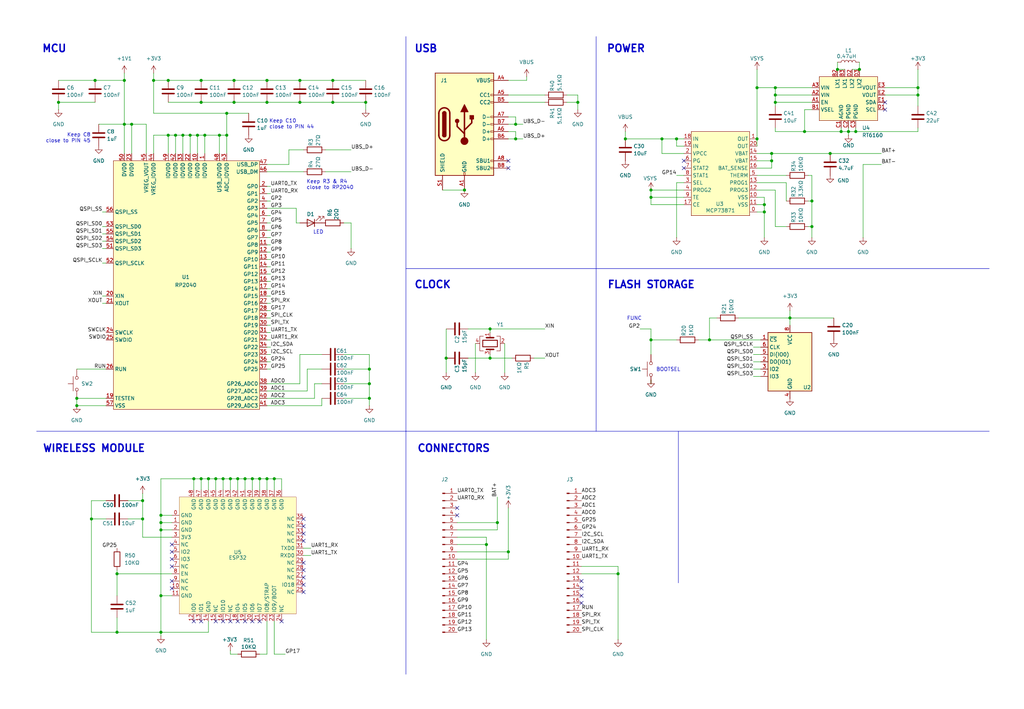
<source format=kicad_sch>
(kicad_sch (version 20231120) (generator "eeschema") (generator_version "8.0")
  (paper "User" 355.6 246.38)
  (junction (at 81.28 35.56))
  (junction (at 115.57 35.56))
  (junction (at 269.24 35.56))
  (junction (at 170.18 124.46))
  (junction (at 200.66 35.56))
  (junction (at 55.88 181.61))
  (junction (at 85.09 166.37))
  (junction (at 82.55 166.37))
  (junction (at 92.71 35.56))
  (junction (at 77.47 166.37))
  (junction (at 45.72 43.18))
  (junction (at 49.53 173.99))
  (junction (at 269.24 33.02))
  (junction (at 58.42 27.94))
  (junction (at 127 35.56))
  (junction (at 63.5 46.99))
  (junction (at 267.97 55.88))
  (junction (at 176.53 191.77))
  (junction (at 262.89 30.48))
  (junction (at 179.07 43.18))
  (junction (at 104.14 27.94))
  (junction (at 49.53 180.34))
  (junction (at 92.71 27.94))
  (junction (at 279.4 45.72))
  (junction (at 172.72 181.61))
  (junction (at 81.28 27.94))
  (junction (at 26.67 140.97))
  (junction (at 281.94 78.74))
  (junction (at 298.45 24.13))
  (junction (at 281.94 69.85))
  (junction (at 71.12 46.99))
  (junction (at 80.01 166.37))
  (junction (at 60.96 46.99))
  (junction (at 294.64 45.72))
  (junction (at 92.71 166.37))
  (junction (at 55.88 184.15))
  (junction (at 31.75 180.34))
  (junction (at 226.06 66.04))
  (junction (at 265.43 71.12))
  (junction (at 69.85 27.94))
  (junction (at 66.04 46.99))
  (junction (at 318.77 30.48))
  (junction (at 67.31 166.37))
  (junction (at 58.42 46.99))
  (junction (at 53.34 27.94))
  (junction (at 55.88 207.01))
  (junction (at 55.88 219.71))
  (junction (at 40.64 219.71))
  (junction (at 128.27 133.35))
  (junction (at 179.07 48.26))
  (junction (at 78.74 46.99))
  (junction (at 20.32 35.56))
  (junction (at 43.18 43.18))
  (junction (at 128.27 128.27))
  (junction (at 226.06 118.11))
  (junction (at 267.97 53.34))
  (junction (at 95.25 166.37))
  (junction (at 288.29 53.34))
  (junction (at 68.58 46.99))
  (junction (at 104.14 35.56))
  (junction (at 78.74 39.37))
  (junction (at 168.91 189.23))
  (junction (at 318.77 33.02))
  (junction (at 274.32 110.49))
  (junction (at 297.18 45.72))
  (junction (at 269.24 30.48))
  (junction (at 90.17 166.37))
  (junction (at 226.06 68.58))
  (junction (at 161.29 66.04))
  (junction (at 43.18 27.94))
  (junction (at 229.87 48.26))
  (junction (at 40.64 199.39))
  (junction (at 217.17 48.26))
  (junction (at 154.94 124.46))
  (junction (at 76.2 46.99))
  (junction (at 69.85 35.56))
  (junction (at 72.39 166.37))
  (junction (at 214.63 199.39))
  (junction (at 265.43 73.66))
  (junction (at 290.83 24.13))
  (junction (at 128.27 138.43))
  (junction (at 246.38 118.11))
  (junction (at 292.1 45.72))
  (junction (at 115.57 27.94))
  (junction (at 74.93 166.37))
  (junction (at 33.02 27.94))
  (junction (at 55.88 179.07))
  (junction (at 234.95 48.26))
  (junction (at 87.63 166.37))
  (junction (at 262.89 48.26))
  (junction (at 170.18 114.3))
  (junction (at 26.67 138.43))
  (junction (at 69.85 166.37))
  (no_connect (at 69.85 215.9))
  (no_connect (at 87.63 215.9))
  (no_connect (at 201.93 204.47))
  (no_connect (at 67.31 215.9))
  (no_connect (at 307.34 35.56))
  (no_connect (at 105.41 185.42))
  (no_connect (at 176.53 58.42))
  (no_connect (at 307.34 38.1))
  (no_connect (at 105.41 203.2))
  (no_connect (at 59.69 201.93))
  (no_connect (at 82.55 215.9))
  (no_connect (at 105.41 205.74))
  (no_connect (at 105.41 187.96))
  (no_connect (at 201.93 201.93))
  (no_connect (at 201.93 209.55))
  (no_connect (at 80.01 215.9))
  (no_connect (at 59.69 194.31))
  (no_connect (at 237.49 58.42))
  (no_connect (at 90.17 215.9))
  (no_connect (at 59.69 204.47))
  (no_connect (at 97.79 215.9))
  (no_connect (at 85.09 215.9))
  (no_connect (at 77.47 215.9))
  (no_connect (at 74.93 215.9))
  (no_connect (at 176.53 55.88))
  (no_connect (at 201.93 207.01))
  (no_connect (at 158.75 179.07))
  (no_connect (at 237.49 55.88))
  (no_connect (at 105.41 198.12))
  (no_connect (at 158.75 176.53))
  (no_connect (at 59.69 196.85))
  (no_connect (at 105.41 180.34))
  (no_connect (at 59.69 191.77))
  (no_connect (at 105.41 182.88))
  (no_connect (at 105.41 195.58))
  (no_connect (at 59.69 189.23))
  (no_connect (at 105.41 200.66))
  (wire (pts (xy 55.88 207.01) (xy 59.69 207.01)))
  (wire (pts (xy 267.97 53.34) (xy 288.29 53.34)))
  (wire (pts (xy 93.98 97.79) (xy 92.71 97.79)))
  (wire (pts (xy 102.87 72.39) (xy 102.87 77.47)))
  (wire (pts (xy 93.98 110.49) (xy 92.71 110.49)))
  (wire (pts (xy 261.62 123.19) (xy 264.16 123.19)))
  (wire (pts (xy 78.74 39.37) (xy 86.36 39.37)))
  (wire (pts (xy 292.1 44.45) (xy 292.1 45.72)))
  (wire (pts (xy 262.89 48.26) (xy 262.89 50.8)))
  (wire (pts (xy 45.72 43.18) (xy 45.72 53.34)))
  (wire (pts (xy 58.42 46.99) (xy 60.96 46.99)))
  (wire (pts (xy 93.98 100.33) (xy 92.71 100.33)))
  (wire (pts (xy 93.98 128.27) (xy 92.71 128.27)))
  (wire (pts (xy 80.01 166.37) (xy 77.47 166.37)))
  (wire (pts (xy 106.68 135.89) (xy 106.68 128.27)))
  (wire (pts (xy 267.97 58.42) (xy 267.97 55.88)))
  (wire (pts (xy 20.32 35.56) (xy 33.02 35.56)))
  (wire (pts (xy 128.27 128.27) (xy 128.27 133.35)))
  (wire (pts (xy 299.72 57.15) (xy 299.72 82.55)))
  (wire (pts (xy 170.18 124.46) (xy 177.8 124.46)))
  (wire (pts (xy 127 38.1) (xy 127 35.56)))
  (wire (pts (xy 269.24 30.48) (xy 281.94 30.48)))
  (wire (pts (xy 176.53 40.64) (xy 179.07 40.64)))
  (wire (pts (xy 182.88 26.67) (xy 182.88 27.94)))
  (wire (pts (xy 189.23 114.3) (xy 170.18 114.3)))
  (wire (pts (xy 36.83 138.43) (xy 26.67 138.43)))
  (wire (pts (xy 44.45 180.34) (xy 49.53 180.34)))
  (wire (pts (xy 242.57 118.11) (xy 246.38 118.11)))
  (wire (pts (xy 297.18 44.45) (xy 297.18 45.72)))
  (wire (pts (xy 269.24 35.56) (xy 269.24 36.83)))
  (wire (pts (xy 95.25 166.37) (xy 95.25 170.18)))
  (wire (pts (xy 281.94 78.74) (xy 281.94 82.55)))
  (wire (pts (xy 97.79 170.18) (xy 97.79 166.37)))
  (wire (pts (xy 107.95 190.5) (xy 105.41 190.5)))
  (wire (pts (xy 53.34 39.37) (xy 53.34 27.94)))
  (wire (pts (xy 267.97 55.88) (xy 267.97 53.34)))
  (wire (pts (xy 31.75 180.34) (xy 36.83 180.34)))
  (wire (pts (xy 281.94 78.74) (xy 280.67 78.74)))
  (wire (pts (xy 104.14 27.94) (xy 115.57 27.94)))
  (wire (pts (xy 97.79 166.37) (xy 95.25 166.37)))
  (wire (pts (xy 90.17 227.33) (xy 92.71 227.33)))
  (wire (pts (xy 262.89 53.34) (xy 267.97 53.34)))
  (wire (pts (xy 72.39 166.37) (xy 69.85 166.37)))
  (wire (pts (xy 179.07 45.72) (xy 179.07 48.26)))
  (wire (pts (xy 93.98 118.11) (xy 92.71 118.11)))
  (wire (pts (xy 35.56 102.87) (xy 36.83 102.87)))
  (wire (pts (xy 53.34 27.94) (xy 53.34 25.4)))
  (wire (pts (xy 20.32 38.1) (xy 20.32 35.56)))
  (wire (pts (xy 294.64 45.72) (xy 297.18 45.72)))
  (wire (pts (xy 80.01 226.06) (xy 80.01 227.33)))
  (wire (pts (xy 93.98 64.77) (xy 92.71 64.77)))
  (wire (pts (xy 261.62 125.73) (xy 264.16 125.73)))
  (wire (pts (xy 200.66 33.02) (xy 200.66 35.56)))
  (wire (pts (xy 119.38 128.27) (xy 128.27 128.27)))
  (wire (pts (xy 55.88 181.61) (xy 55.88 184.15)))
  (wire (pts (xy 66.04 46.99) (xy 68.58 46.99)))
  (wire (pts (xy 119.38 138.43) (xy 128.27 138.43)))
  (wire (pts (xy 63.5 46.99) (xy 66.04 46.99)))
  (wire (pts (xy 92.71 92.71) (xy 93.98 92.71)))
  (wire (pts (xy 35.56 83.82) (xy 36.83 83.82)))
  (polyline (pts (xy 140.97 93.345) (xy 343.535 93.345)))
  (wire (pts (xy 269.24 45.72) (xy 279.4 45.72)))
  (wire (pts (xy 77.47 166.37) (xy 74.93 166.37)))
  (wire (pts (xy 262.89 68.58) (xy 265.43 68.58)))
  (wire (pts (xy 35.56 73.66) (xy 36.83 73.66)))
  (wire (pts (xy 55.88 184.15) (xy 59.69 184.15)))
  (wire (pts (xy 31.75 219.71) (xy 40.64 219.71)))
  (wire (pts (xy 40.64 199.39) (xy 40.64 207.01)))
  (wire (pts (xy 92.71 59.69) (xy 105.41 59.69)))
  (wire (pts (xy 318.77 30.48) (xy 318.77 33.02)))
  (wire (pts (xy 93.98 74.93) (xy 92.71 74.93)))
  (wire (pts (xy 261.62 128.27) (xy 264.16 128.27)))
  (wire (pts (xy 104.14 35.56) (xy 115.57 35.56)))
  (wire (pts (xy 234.95 48.26) (xy 234.95 50.8)))
  (wire (pts (xy 35.56 86.36) (xy 36.83 86.36)))
  (wire (pts (xy 281.94 60.96) (xy 281.94 69.85)))
  (wire (pts (xy 26.67 128.27) (xy 36.83 128.27)))
  (wire (pts (xy 262.89 30.48) (xy 269.24 30.48)))
  (wire (pts (xy 76.2 46.99) (xy 78.74 46.99)))
  (wire (pts (xy 154.94 129.54) (xy 154.94 124.46)))
  (wire (pts (xy 93.98 77.47) (xy 92.71 77.47)))
  (wire (pts (xy 49.53 186.69) (xy 59.69 186.69)))
  (wire (pts (xy 92.71 135.89) (xy 106.68 135.89)))
  (wire (pts (xy 92.71 166.37) (xy 90.17 166.37)))
  (wire (pts (xy 58.42 27.94) (xy 69.85 27.94)))
  (wire (pts (xy 234.95 50.8) (xy 237.49 50.8)))
  (wire (pts (xy 53.34 27.94) (xy 58.42 27.94)))
  (wire (pts (xy 102.87 77.47) (xy 104.14 77.47)))
  (wire (pts (xy 92.71 27.94) (xy 104.14 27.94)))
  (wire (pts (xy 68.58 46.99) (xy 68.58 53.34)))
  (wire (pts (xy 262.89 66.04) (xy 269.24 66.04)))
  (wire (pts (xy 294.64 45.72) (xy 294.64 46.99)))
  (wire (pts (xy 121.92 77.47) (xy 121.92 86.36)))
  (wire (pts (xy 172.72 184.15) (xy 172.72 181.61)))
  (wire (pts (xy 87.63 166.37) (xy 87.63 170.18)))
  (wire (pts (xy 67.31 166.37) (xy 55.88 166.37)))
  (wire (pts (xy 104.14 123.19) (xy 111.76 123.19)))
  (wire (pts (xy 85.09 166.37) (xy 85.09 170.18)))
  (wire (pts (xy 170.18 123.19) (xy 170.18 124.46)))
  (wire (pts (xy 111.76 140.97) (xy 92.71 140.97)))
  (wire (pts (xy 269.24 30.48) (xy 269.24 33.02)))
  (wire (pts (xy 68.58 46.99) (xy 71.12 46.99)))
  (wire (pts (xy 113.03 59.69) (xy 121.92 59.69)))
  (wire (pts (xy 294.64 44.45) (xy 294.64 45.72)))
  (wire (pts (xy 246.38 110.49) (xy 248.92 110.49)))
  (wire (pts (xy 72.39 166.37) (xy 72.39 170.18)))
  (wire (pts (xy 109.22 138.43) (xy 109.22 133.35)))
  (wire (pts (xy 43.18 43.18) (xy 43.18 53.34)))
  (wire (pts (xy 69.85 166.37) (xy 67.31 166.37)))
  (wire (pts (xy 154.94 124.46) (xy 154.94 114.3)))
  (wire (pts (xy 93.98 90.17) (xy 92.71 90.17)))
  (wire (pts (xy 40.64 219.71) (xy 55.88 219.71)))
  (wire (pts (xy 50.8 43.18) (xy 50.8 53.34)))
  (wire (pts (xy 234.95 63.5) (xy 234.95 82.55)))
  (wire (pts (xy 246.38 118.11) (xy 264.16 118.11)))
  (wire (pts (xy 72.39 215.9) (xy 72.39 219.71)))
  (wire (pts (xy 226.06 118.11) (xy 234.95 118.11)))
  (wire (pts (xy 35.56 91.44) (xy 36.83 91.44)))
  (wire (pts (xy 92.71 35.56) (xy 104.14 35.56)))
  (wire (pts (xy 60.96 46.99) (xy 63.5 46.99)))
  (wire (pts (xy 172.72 181.61) (xy 172.72 172.72)))
  (wire (pts (xy 93.98 105.41) (xy 92.71 105.41)))
  (wire (pts (xy 237.49 53.34) (xy 229.87 53.34)))
  (wire (pts (xy 93.98 107.95) (xy 92.71 107.95)))
  (wire (pts (xy 318.77 45.72) (xy 297.18 45.72)))
  (wire (pts (xy 66.04 46.99) (xy 66.04 53.34)))
  (wire (pts (xy 43.18 27.94) (xy 43.18 43.18)))
  (wire (pts (xy 217.17 48.26) (xy 229.87 48.26)))
  (wire (pts (xy 53.34 39.37) (xy 78.74 39.37)))
  (wire (pts (xy 281.94 69.85) (xy 281.94 78.74)))
  (wire (pts (xy 55.88 179.07) (xy 55.88 181.61)))
  (wire (pts (xy 226.06 68.58) (xy 226.06 71.12)))
  (wire (pts (xy 93.98 67.31) (xy 92.71 67.31)))
  (wire (pts (xy 262.89 24.13) (xy 262.89 30.48)))
  (wire (pts (xy 226.06 71.12) (xy 237.49 71.12)))
  (wire (pts (xy 222.25 114.3) (xy 226.06 114.3)))
  (wire (pts (xy 95.25 166.37) (xy 92.71 166.37)))
  (wire (pts (xy 201.93 196.85) (xy 214.63 196.85)))
  (wire (pts (xy 306.07 57.15) (xy 299.72 57.15)))
  (wire (pts (xy 100.33 52.07) (xy 105.41 52.07)))
  (wire (pts (xy 40.64 199.39) (xy 59.69 199.39)))
  (polyline (pts (xy 12.7 149.86) (xy 140.97 149.86)))
  (polyline (pts (xy 235.585 149.86) (xy 235.585 202.565)))
  (wire (pts (xy 153.67 66.04) (xy 161.29 66.04)))
  (wire (pts (xy 246.38 118.11) (xy 246.38 110.49)))
  (wire (pts (xy 43.18 43.18) (xy 45.72 43.18)))
  (wire (pts (xy 80.01 227.33) (xy 82.55 227.33)))
  (wire (pts (xy 279.4 38.1) (xy 281.94 38.1)))
  (wire (pts (xy 175.26 119.38) (xy 175.26 129.54)))
  (polyline (pts (xy 140.97 149.86) (xy 140.97 149.86)))
  (wire (pts (xy 100.33 57.15) (xy 100.33 52.07)))
  (wire (pts (xy 318.77 44.45) (xy 318.77 45.72)))
  (wire (pts (xy 262.89 55.88) (xy 267.97 55.88)))
  (wire (pts (xy 113.03 52.07) (xy 121.92 52.07)))
  (wire (pts (xy 93.98 113.03) (xy 92.71 113.03)))
  (wire (pts (xy 176.53 45.72) (xy 179.07 45.72)))
  (wire (pts (xy 53.34 53.34) (xy 53.34 46.99)))
  (wire (pts (xy 109.22 133.35) (xy 111.76 133.35)))
  (wire (pts (xy 107.95 193.04) (xy 105.41 193.04)))
  (wire (pts (xy 262.89 30.48) (xy 262.89 48.26)))
  (wire (pts (xy 49.53 173.99) (xy 49.53 180.34)))
  (wire (pts (xy 26.67 140.97) (xy 36.83 140.97)))
  (wire (pts (xy 288.29 53.34) (xy 306.07 53.34)))
  (wire (pts (xy 93.98 80.01) (xy 92.71 80.01)))
  (wire (pts (xy 53.34 46.99) (xy 58.42 46.99)))
  (wire (pts (xy 63.5 46.99) (xy 63.5 53.34)))
  (wire (pts (xy 128.27 123.19) (xy 128.27 128.27)))
  (wire (pts (xy 58.42 35.56) (xy 69.85 35.56)))
  (wire (pts (xy 119.38 123.19) (xy 128.27 123.19)))
  (wire (pts (xy 274.32 110.49) (xy 274.32 113.03)))
  (wire (pts (xy 92.71 166.37) (xy 92.71 170.18)))
  (wire (pts (xy 226.06 123.19) (xy 226.06 118.11)))
  (wire (pts (xy 74.93 166.37) (xy 74.93 170.18)))
  (wire (pts (xy 93.98 82.55) (xy 92.71 82.55)))
  (wire (pts (xy 93.98 125.73) (xy 92.71 125.73)))
  (wire (pts (xy 158.75 181.61) (xy 172.72 181.61)))
  (wire (pts (xy 31.75 180.34) (xy 31.75 219.71)))
  (wire (pts (xy 269.24 33.02) (xy 269.24 35.56)))
  (wire (pts (xy 92.71 138.43) (xy 109.22 138.43)))
  (wire (pts (xy 93.98 95.25) (xy 92.71 95.25)))
  (wire (pts (xy 55.88 184.15) (xy 55.88 207.01)))
  (wire (pts (xy 269.24 33.02) (xy 281.94 33.02)))
  (wire (pts (xy 162.56 124.46) (xy 170.18 124.46)))
  (wire (pts (xy 85.09 166.37) (xy 82.55 166.37)))
  (wire (pts (xy 104.14 123.19) (xy 104.14 133.35)))
  (wire (pts (xy 226.06 66.04) (xy 237.49 66.04)))
  (wire (pts (xy 269.24 45.72) (xy 269.24 44.45)))
  (wire (pts (xy 189.23 33.02) (xy 176.53 33.02)))
  (wire (pts (xy 234.95 48.26) (xy 237.49 48.26)))
  (wire (pts (xy 93.98 123.19) (xy 92.71 123.19)))
  (wire (pts (xy 76.2 46.99) (xy 76.2 53.34)))
  (wire (pts (xy 55.88 220.98) (xy 55.88 219.71)))
  (wire (pts (xy 69.85 166.37) (xy 69.85 170.18)))
  (wire (pts (xy 74.93 166.37) (xy 72.39 166.37)))
  (wire (pts (xy 55.88 207.01) (xy 55.88 219.71)))
  (wire (pts (xy 162.56 114.3) (xy 170.18 114.3)))
  (wire (pts (xy 69.85 27.94) (xy 81.28 27.94)))
  (wire (pts (xy 82.55 166.37) (xy 82.55 170.18)))
  (wire (pts (xy 35.56 81.28) (xy 36.83 81.28)))
  (wire (pts (xy 55.88 219.71) (xy 72.39 219.71)))
  (wire (pts (xy 35.56 105.41) (xy 36.83 105.41)))
  (wire (pts (xy 176.53 43.18) (xy 179.07 43.18)))
  (wire (pts (xy 69.85 35.56) (xy 81.28 35.56)))
  (wire (pts (xy 115.57 35.56) (xy 127 35.56)))
  (wire (pts (xy 158.75 186.69) (xy 168.91 186.69)))
  (wire (pts (xy 196.85 35.56) (xy 200.66 35.56)))
  (wire (pts (xy 92.71 215.9) (xy 92.71 227.33)))
  (wire (pts (xy 226.06 66.04) (xy 226.06 68.58)))
  (wire (pts (xy 176.53 48.26) (xy 179.07 48.26)))
  (wire (pts (xy 121.92 77.47) (xy 119.38 77.47)))
  (wire (pts (xy 229.87 48.26) (xy 234.95 48.26)))
  (wire (pts (xy 262.89 60.96) (xy 273.05 60.96)))
  (wire (pts (xy 78.74 46.99) (xy 78.74 39.37)))
  (wire (pts (xy 261.62 120.65) (xy 264.16 120.65)))
  (wire (pts (xy 81.28 27.94) (xy 92.71 27.94)))
  (wire (pts (xy 295.91 24.13) (xy 298.45 24.13)))
  (wire (pts (xy 92.71 69.85) (xy 93.98 69.85)))
  (wire (pts (xy 318.77 33.02) (xy 318.77 36.83)))
  (wire (pts (xy 237.49 63.5) (xy 234.95 63.5)))
  (wire (pts (xy 59.69 179.07) (xy 55.88 179.07)))
  (wire (pts (xy 214.63 196.85) (xy 214.63 199.39)))
  (wire (pts (xy 55.88 181.61) (xy 59.69 181.61)))
  (wire (pts (xy 93.98 85.09) (xy 92.71 85.09)))
  (wire (pts (xy 262.89 73.66) (xy 265.43 73.66)))
  (wire (pts (xy 185.42 124.46) (xy 189.23 124.46)))
  (wire (pts (xy 307.34 30.48) (xy 318.77 30.48)))
  (wire (pts (xy 71.12 46.99) (xy 76.2 46.99)))
  (wire (pts (xy 31.75 173.99) (xy 36.83 173.99)))
  (wire (pts (xy 269.24 66.04) (xy 269.24 78.74)))
  (wire (pts (xy 269.24 35.56) (xy 281.94 35.56)))
  (wire (pts (xy 176.53 194.31) (xy 158.75 194.31)))
  (wire (pts (xy 43.18 25.4) (xy 43.18 27.94)))
  (wire (pts (xy 33.02 27.94) (xy 43.18 27.94)))
  (wire (pts (xy 176.53 176.53) (xy 176.53 191.77)))
  (wire (pts (xy 262.89 71.12) (xy 265.43 71.12)))
  (wire (pts (xy 115.57 27.94) (xy 127 27.94)))
  (wire (pts (xy 119.38 133.35) (xy 128.27 133.35)))
  (wire (pts (xy 104.14 133.35) (xy 92.71 133.35)))
  (polyline (pts (xy 207.01 12.7) (xy 207.01 149.86)))
  (wire (pts (xy 44.45 173.99) (xy 49.53 173.99)))
  (wire (pts (xy 158.75 184.15) (xy 172.72 184.15)))
  (wire (pts (xy 256.54 110.49) (xy 274.32 110.49)))
  (wire (pts (xy 90.17 166.37) (xy 90.17 170.18)))
  (wire (pts (xy 40.64 214.63) (xy 40.64 219.71)))
  (wire (pts (xy 92.71 72.39) (xy 102.87 72.39)))
  (wire (pts (xy 95.25 227.33) (xy 95.25 215.9)))
  (wire (pts (xy 290.83 21.59) (xy 290.83 24.13)))
  (wire (pts (xy 281.94 60.96) (xy 280.67 60.96)))
  (wire (pts (xy 179.07 48.26) (xy 181.61 48.26)))
  (wire (pts (xy 49.53 180.34) (xy 49.53 186.69)))
  (wire (pts (xy 307.34 33.02) (xy 318.77 33.02)))
  (wire (pts (xy 40.64 198.12) (xy 40.64 199.39)))
  (wire (pts (xy 45.72 43.18) (xy 50.8 43.18)))
  (wire (pts (xy 92.71 102.87) (xy 93.98 102.87)))
  (wire (pts (xy 49.53 171.45) (xy 49.53 173.99)))
  (wire (pts (xy 67.31 166.37) (xy 67.31 170.18)))
  (polyline (pts (xy 140.97 149.86) (xy 140.97 234.315)))
  (wire (pts (xy 226.06 68.58) (xy 237.49 68.58)))
  (wire (pts (xy 93.98 87.63) (xy 92.71 87.63)))
  (wire (pts (xy 273.05 69.85) (xy 273.05 63.5)))
  (wire (pts (xy 158.75 189.23) (xy 168.91 189.23)))
  (wire (pts (xy 265.43 73.66) (xy 265.43 82.55)))
  (wire (pts (xy 31.75 173.99) (xy 31.75 180.34)))
  (wire (pts (xy 71.12 46.99) (xy 71.12 53.34)))
  (wire (pts (xy 201.93 199.39) (xy 214.63 199.39)))
  (wire (pts (xy 179.07 43.18) (xy 181.61 43.18)))
  (wire (pts (xy 274.32 110.49) (xy 289.56 110.49)))
  (wire (pts (xy 214.63 199.39) (xy 214.63 222.25)))
  (wire (pts (xy 128.27 138.43) (xy 128.27 140.97)))
  (wire (pts (xy 279.4 38.1) (xy 279.4 45.72)))
  (wire (pts (xy 265.43 68.58) (xy 265.43 71.12)))
  (wire (pts (xy 92.71 120.65) (xy 93.98 120.65)))
  (wire (pts (xy 179.07 40.64) (xy 179.07 43.18)))
  (wire (pts (xy 298.45 21.59) (xy 298.45 24.13)))
  (wire (pts (xy 269.24 78.74) (xy 273.05 78.74)))
  (wire (pts (xy 81.28 35.56) (xy 92.71 35.56)))
  (wire (pts (xy 200.66 35.56) (xy 200.66 38.1)))
  (wire (pts (xy 281.94 69.85) (xy 280.67 69.85)))
  (wire (pts (xy 58.42 46.99) (xy 58.42 53.34)))
  (wire (pts (xy 176.53 191.77) (xy 176.53 194.31)))
  (wire (pts (xy 128.27 133.35) (xy 128.27 138.43)))
  (wire (pts (xy 77.47 166.37) (xy 77.47 170.18)))
  (wire (pts (xy 176.53 27.94) (xy 182.88 27.94)))
  (wire (pts (xy 279.4 45.72) (xy 292.1 45.72)))
  (wire (pts (xy 189.23 35.56) (xy 176.53 35.56)))
  (wire (pts (xy 93.98 115.57) (xy 92.71 115.57)))
  (wire (pts (xy 226.06 133.35) (xy 226.06 132.08)))
  (wire (pts (xy 234.95 60.96) (xy 237.49 60.96)))
  (wire (pts (xy 92.71 57.15) (xy 100.33 57.15)))
  (wire (pts (xy 273.05 63.5) (xy 262.89 63.5)))
  (wire (pts (xy 170.18 114.3) (xy 170.18 115.57)))
  (polyline (pts (xy 140.97 12.7) (xy 140.97 149.86)))
  (wire (pts (xy 318.77 24.13) (xy 318.77 30.48)))
  (wire (pts (xy 292.1 45.72) (xy 294.64 45.72)))
  (wire (pts (xy 168.91 186.69) (xy 168.91 189.23)))
  (wire (pts (xy 158.75 191.77) (xy 176.53 191.77)))
  (wire (pts (xy 82.55 166.37) (xy 80.01 166.37)))
  (wire (pts (xy 99.06 227.33) (xy 95.25 227.33)))
  (wire (pts (xy 226.06 114.3) (xy 226.06 118.11)))
  (wire (pts (xy 80.01 166.37) (xy 80.01 170.18)))
  (wire (pts (xy 196.85 33.02) (xy 200.66 33.02)))
  (wire (pts (xy 262.89 58.42) (xy 267.97 58.42)))
  (polyline (pts (xy 140.97 149.86) (xy 343.535 149.86)))
  (wire (pts (xy 35.56 78.74) (xy 36.83 78.74)))
  (wire (pts (xy 168.91 189.23) (xy 168.91 222.25)))
  (wire (pts (xy 90.17 166.37) (xy 87.63 166.37)))
  (wire (pts (xy 34.29 43.18) (xy 43.18 43.18)))
  (wire (pts (xy 26.67 138.43) (xy 26.67 140.97)))
  (wire (pts (xy 265.43 71.12) (xy 265.43 73.66)))
  (wire (pts (xy 60.96 46.99) (xy 60.96 53.34)))
  (wire (pts (xy 261.62 130.81) (xy 264.16 130.81)))
  (wire (pts (xy 20.32 27.94) (xy 33.02 27.94)))
  (wire (pts (xy 290.83 24.13) (xy 293.37 24.13)))
  (wire (pts (xy 217.17 45.72) (xy 217.17 48.26)))
  (wire (pts (xy 78.74 53.34) (xy 78.74 46.99)))
  (wire (pts (xy 229.87 53.34) (xy 229.87 48.26)))
  (wire (pts (xy 87.63 166.37) (xy 85.09 166.37)))
  (wire (pts (xy 274.32 107.95) (xy 274.32 110.49)))
  (wire (pts (xy 55.88 166.37) (xy 55.88 179.07)))
  (wire (pts (xy 111.76 138.43) (xy 111.76 140.97)))
  (wire (pts (xy 165.1 119.38) (xy 165.1 129.54)))
  (wire (pts (xy 106.68 128.27) (xy 111.76 128.27)))
  (text "POWER" (at 210.566 17.018 0) (effects (font (size 2.54 2.54) (thickness 0.508) (bold yes)) (justify left)))
  (text "CONNECTORS" (at 144.78 155.956 0) (effects (font (size 2.54 2.54) (thickness 0.508) (bold yes)) (justify left)))
  (text "USB" (at 143.764 17.018 0) (effects (font (size 2.54 2.54) (thickness 0.508) (bold yes)) (justify left)))
  (text "Keep R3 & R4 \nclose to RP2040" (at 106.426 64.262 0) (effects (font (size 1.27 1.27)) (justify left)))
  (text "WIRELESS MODULE\n" (at 14.732 155.956 0) (effects (font (size 2.54 2.54) (thickness 0.508) (bold yes)) (justify left)))
  (text "Keep C8\nclose to PIN 45" (at 31.496 48.006 0) (effects (font (size 1.27 1.27)) (justify right)))
  (text "CLOCK" (at 143.764 99.06 0) (effects (font (size 2.54 2.54) (thickness 0.508) (bold yes)) (justify left)))
  (text "FUNC" (at 217.678 110.744 0) (effects (font (size 1.27 1.27)) (justify left)))
  (text "LED" (at 108.712 80.772 0) (effects (font (size 1.27 1.27)) (justify left)))
  (text "BOOTSEL" (at 227.838 128.524 0) (effects (font (size 1.27 1.27)) (justify left)))
  (text "FLASH STORAGE" (at 210.82 99.06 0) (effects (font (size 2.54 2.54) (thickness 0.508) (bold yes)) (justify left)))
  (text "Keep C10 \nclose to PIN 44" (at 93.472 43.18 0) (effects (font (size 1.27 1.27)) (justify left)))
  (text "MCU" (at 14.478 17.018 0) (effects (font (size 2.54 2.54) (thickness 0.508) (bold yes)) (justify left)))
  (label "GP17" (at 93.98 107.95 0))
  (label "GP5" (at 93.98 77.47 0))
  (label "UBS_D+" (at 121.92 52.07 0))
  (label "GP11" (at 158.75 214.63 0))
  (label "RUN" (at 201.93 212.09 0))
  (label "ADC2" (at 93.98 138.43 0))
  (label "UART1_RX" (at 107.95 190.5 0))
  (label "UBS_D-" (at 121.92 59.69 0))
  (label "XOUT" (at 189.23 124.46 0))
  (label "GP25" (at 201.93 181.61 0))
  (label "GP15" (at 93.98 102.87 0))
  (label "I2C_SCL" (at 201.93 186.69 0))
  (label "QSPI_SCLK" (at 35.56 91.44 180))
  (label "QSPI_SS" (at 261.62 118.11 180))
  (label "BAT-" (at 306.07 57.15 0))
  (label "GP9" (at 93.98 87.63 0))
  (label "QSPI_SD2" (at 261.62 128.27 180))
  (label "GP14" (at 93.98 100.33 0))
  (label "UART1_TX" (at 201.93 194.31 0))
  (label "QSPI_SD1" (at 35.56 81.28 180))
  (label "ADC0" (at 201.93 179.07 0))
  (label "GP3" (at 93.98 72.39 0))
  (label "GP24" (at 201.93 184.15 0))
  (label "SPI_CLK" (at 201.93 219.71 0))
  (label "UBS_D+" (at 181.61 48.26 0))
  (label "BAT+" (at 306.07 53.34 0))
  (label "GP13" (at 158.75 219.71 0))
  (label "ADC1" (at 201.93 176.53 0))
  (label "SPI_CLK" (at 93.98 110.49 0))
  (label "QSPI_SD2" (at 35.56 83.82 180))
  (label "XIN" (at 189.23 114.3 0))
  (label "SPI_TX" (at 93.98 113.03 0))
  (label "GP6" (at 158.75 201.93 0))
  (label "GP11" (at 93.98 92.71 0))
  (label "GP5" (at 158.75 199.39 0))
  (label "QSPI_SD0" (at 261.62 123.19 180))
  (label "GP10" (at 93.98 90.17 0))
  (label "GP7" (at 93.98 82.55 0))
  (label "ADC3" (at 93.98 140.97 0))
  (label "I2C_SCL" (at 93.98 123.19 0))
  (label "SPI_RX" (at 93.98 105.41 0))
  (label "UART1_TX" (at 93.98 115.57 0))
  (label "QSPI_SD0" (at 35.56 78.74 180))
  (label "UART1_RX" (at 201.93 191.77 0))
  (label "UART0_RX" (at 93.98 67.31 0))
  (label "GP7" (at 158.75 204.47 0))
  (label "SWCLK" (at 36.83 115.57 180))
  (label "GP2" (at 222.25 114.3 180))
  (label "QSPI_SD1" (at 261.62 125.73 180))
  (label "QSPI_SD3" (at 261.62 130.81 180))
  (label "GP8" (at 158.75 207.01 0))
  (label "ADC1" (at 93.98 135.89 0))
  (label "GP24" (at 93.98 125.73 0))
  (label "GP2" (at 93.98 69.85 0))
  (label "SWDIO" (at 36.83 118.11 180))
  (label "RUN" (at 36.83 128.27 180))
  (label "GP12" (at 93.98 95.25 0))
  (label "GP4" (at 158.75 196.85 0))
  (label "BAT+" (at 172.72 172.72 90))
  (label "GP6" (at 93.98 80.01 0))
  (label "ADC0" (at 93.98 133.35 0))
  (label "UART1_RX" (at 93.98 118.11 0))
  (label "GP4" (at 93.98 74.93 0))
  (label "I2C_SDA" (at 93.98 120.65 0))
  (label "GP25" (at 40.64 190.5 180))
  (label "UART0_TX" (at 158.75 171.45 0))
  (label "XOUT" (at 35.56 105.41 180))
  (label "ADC2" (at 201.93 173.99 0))
  (label "XIN" (at 35.56 102.87 180))
  (label "GP9" (at 158.75 209.55 0))
  (label "QSPI_SS" (at 35.56 73.66 180))
  (label "GP8" (at 93.98 85.09 0))
  (label "GP14" (at 234.95 60.96 180))
  (label "GP13" (at 93.98 97.79 0))
  (label "GP12" (at 158.75 217.17 0))
  (label "UBS_D-" (at 181.61 43.18 0))
  (label "QSPI_SD3" (at 35.56 86.36 180))
  (label "I2C_SDA" (at 201.93 189.23 0))
  (label "QSPI_SCLK" (at 261.62 120.65 180))
  (label "UART1_TX" (at 107.95 193.04 0))
  (label "GP25" (at 93.98 128.27 0))
  (label "SPI_TX" (at 201.93 217.17 0))
  (label "GP10" (at 158.75 212.09 0))
  (label "SPI_RX" (at 201.93 214.63 0))
  (label "UART0_TX" (at 93.98 64.77 0))
  (label "GP17" (at 99.06 227.33 0))
  (label "ADC3" (at 201.93 171.45 0))
  (label "UART0_RX" (at 158.75 173.99 0))
  (symbol (lib_id "power:GND") (at 175.26 129.54 0) (unit 1)
    (property "Reference" "#PWR022" (effects (hide yes)))
    (property "Value" "GND" (at 175.26 134.62 0))
    (property "Description" "Power symbol creates a global label with name \"GND\" , ground" (effects (hide yes)))
  )
  (symbol (lib_id "power:GND") (at 234.95 82.55 0) (unit 1)
    (property "Reference" "#PWR032" (effects (hide yes)))
    (property "Value" "GND" (at 234.95 87.63 0))
    (property "Description" "Power symbol creates a global label with name \"GND\" , ground" (effects (hide yes)))
  )
  (symbol (lib_id "Device:C") (at 86.36 43.18 180) (unit 1)
    (property "Reference" "C10" (at 89.154 41.91 0) (effects (justify right)))
    (property "Value" "1uF" (at 89.154 44.45 0) (effects (justify right)))
    (property "Footprint" "ILO_fp:0402_compact" (effects (hide yes)))
    (property "Description" "Unpolarized capacitor" (effects (hide yes)))
    (property "LCSC" "C52923" (effects (hide yes)))
    (property "Export" "yes" (effects (hide yes)))
    (property "Group" "C" (effects (hide yes)))
    (property "Mount" "SMD" (effects (hide yes)))
  )
  (symbol (lib_id "Device:R") (at 276.86 60.96 90) (unit 1)
    (property "Reference" "R34" (at 275.59 59.69 0) (effects (justify left)))
    (property "Value" "10KΩ" (at 278.13 59.69 0) (effects (justify left)))
    (property "Footprint" "ILO_fp:0402_compact" (effects (hide yes)))
    (property "Description" "Resistor" (effects (hide yes)))
    (property "LCSC" "C25744" (effects (hide yes)))
    (property "Export" "yes" (effects (hide yes)))
    (property "Group" "R" (effects (hide yes)))
    (property "Mount" "SMD" (effects (hide yes)))
  )
  (symbol (lib_id "power:GND") (at 288.29 60.96 0) (unit 1)
    (property "Reference" "#PWR045" (effects (hide yes)))
    (property "Value" "GND" (at 292.862 62.738 0))
    (property "Description" "Power symbol creates a global label with name \"GND\" , ground" (effects (hide yes)))
  )
  (symbol (lib_id "Device:C") (at 158.75 124.46 270) (unit 1)
    (property "Reference" "C3" (at 158.75 129.54 0) (effects (justify right)))
    (property "Value" "15pF" (at 161.29 129.54 0) (effects (justify right)))
    (property "Footprint" "ILO_fp:0402_compact" (effects (hide yes)))
    (property "Description" "Unpolarized capacitor" (effects (hide yes)))
    (property "LCSC" "C1548" (effects (hide yes)))
    (property "Export" "yes" (effects (hide yes)))
    (property "Group" "C" (effects (hide yes)))
    (property "Mount" "SMD" (effects (hide yes)))
  )
  (symbol (lib_id "ILO_sym:Raspberry_RP2040") (at 64.77 99.06 0) (unit 1)
    (property "Reference" "U1" (at 64.516 96.266 0))
    (property "Value" "RP2040" (at 64.516 99.06 0))
    (property "Footprint" "Package_DFN_QFN:QFN-56-1EP_7x7mm_P0.4mm_EP3.2x3.2mm" (effects (hide yes)))
    (property "Export" "yes" (effects (hide yes)))
    (property "LCSC" "C2040" (effects (hide yes)))
    (property "Mount" "SMD" (effects (hide yes)))
    (property "Group" "MCU" (effects (hide yes)))
  )
  (symbol (lib_id "power:GND") (at 34.29 50.8 0) (unit 1)
    (property "Reference" "#PWR03" (effects (hide yes)))
    (property "Value" "GND" (at 34.29 55.88 0))
    (property "Description" "Power symbol creates a global label with name \"GND\" , ground" (effects (hide yes)))
  )
  (symbol (lib_id "Device:L") (at 294.64 21.59 90) (unit 1)
    (property "Reference" "L1" (at 295.91 17.526 90) (effects (justify left)))
    (property "Value" "0.47uH" (at 297.434 19.558 90) (effects (justify left)))
    (property "Footprint" "ILO_fp:0603_compact" (effects (hide yes)))
    (property "Description" "Inductor" (effects (hide yes)))
    (property "Export" "yes" (effects (hide yes)))
    (property "Group" "L" (effects (hide yes)))
    (property "LCSC" "C341701" (effects (hide yes)))
    (property "Mount" "SMD" (effects (hide yes)))
  )
  (symbol (lib_id "ILO_sym:Richtek_RT6160") (at 294.64 34.29 0) (unit 1)
    (property "Reference" "U4" (at 299.3741 44.45 0) (effects (justify left)))
    (property "Value" "RT6160" (at 299.3741 46.99 0) (effects (justify left)))
    (property "Footprint" "ILO_fp:WL-CSP-15B-1.4x2.3" (effects (hide yes)))
    (property "Export" "yes" (effects (hide yes)))
    (property "Group" "Buck-Boost" (effects (hide yes)))
    (property "LCSC" "C7065276" (effects (hide yes)))
    (property "Mount" "SMD" (effects (hide yes)))
  )
  (symbol (lib_id "Switch:SW_Push") (at 226.06 128.27 90) (unit 1)
    (property "Reference" "SW1" (at 218.694 128.27 90) (effects (justify right)))
    (property "Value" "Button top" (effects (hide yes)))
    (property "Footprint" "ILO_fp:Alpsalpine_SKRP_compact" (effects (hide yes)))
    (property "Description" "Push button switch, generic, two pins" (effects (hide yes)))
    (property "Export" "yes" (effects (hide yes)))
    (property "Group" "Button" (effects (hide yes)))
    (property "LCSC" "C139797" (effects (hide yes)))
    (property "Mount" "SMD" (effects (hide yes)))
  )
  (symbol (lib_id "Device:C") (at 20.32 31.75 180) (unit 1)
    (property "Reference" "C6" (at 23.114 30.48 0) (effects (justify right)))
    (property "Value" "100nF" (at 23.114 33.02 0) (effects (justify right)))
    (property "Footprint" "ILO_fp:0402_compact" (effects (hide yes)))
    (property "Description" "Unpolarized capacitor" (effects (hide yes)))
    (property "LCSC" "C1525" (effects (hide yes)))
    (property "Export" "yes" (effects (hide yes)))
    (property "Group" "C" (effects (hide yes)))
    (property "Mount" "SMD" (effects (hide yes)))
  )
  (symbol (lib_id "Device:C") (at 40.64 210.82 180) (unit 1)
    (property "Reference" "C52" (at 43.434 209.55 0) (effects (justify right)))
    (property "Value" "1uF" (at 43.434 212.09 0) (effects (justify right)))
    (property "Footprint" "ILO_fp:0402_compact" (effects (hide yes)))
    (property "Description" "Unpolarized capacitor" (effects (hide yes)))
    (property "LCSC" "C52923" (effects (hide yes)))
    (property "Export" "yes" (effects (hide yes)))
    (property "Group" "C" (effects (hide yes)))
    (property "Mount" "SMD" (effects (hide yes)))
  )
  (symbol (lib_id "power:GND") (at 289.56 118.11 0) (unit 1)
    (property "Reference" "#PWR026" (effects (hide yes)))
    (property "Value" "GND" (at 289.56 123.19 0))
    (property "Description" "Power symbol creates a global label with name \"GND\" , ground" (effects (hide yes)))
  )
  (symbol (lib_id "power:GND") (at 154.94 129.54 0) (unit 1)
    (property "Reference" "#PWR07" (effects (hide yes)))
    (property "Value" "GND" (at 154.94 134.62 0))
    (property "Description" "Power symbol creates a global label with name \"GND\" , ground" (effects (hide yes)))
  )
  (symbol (lib_id "ILO_sym:Microchip_MCP73871") (at 250.19 60.96 0) (unit 1)
    (property "Reference" "U3" (at 249.936 70.866 0))
    (property "Value" "MCP73871" (at 250.19 73.152 0))
    (property "Footprint" "ILO_fp:QFN20_internal_routing" (effects (hide yes)))
    (property "Group" "Power IC" (effects (hide yes)))
    (property "Export" "yes" (effects (hide yes)))
    (property "LCSC" "C511310" (effects (hide yes)))
    (property "Mount" "SMD" (effects (hide yes)))
  )
  (symbol (lib_id "Switch:SW_Push") (at 26.67 133.35 90) (unit 1)
    (property "Reference" "SW2" (at 28.194 133.35 90) (effects (justify right)))
    (property "Value" "Button side" (effects (hide yes)))
    (property "Footprint" "ILO_fp:Alpsalpine_SKSC" (effects (hide yes)))
    (property "Description" "Push button switch, generic, two pins" (effects (hide yes)))
    (property "Export" "yes" (effects (hide yes)))
    (property "Group" "Button" (effects (hide yes)))
    (property "LCSC" "C115362" (effects (hide yes)))
    (property "Mount" "SMD" (effects (hide yes)))
  )
  (symbol (lib_id "Device:C") (at 81.28 31.75 180) (unit 1)
    (property "Reference" "C12" (at 84.074 30.48 0) (effects (justify right)))
    (property "Value" "100nF" (at 84.074 33.02 0) (effects (justify right)))
    (property "Footprint" "ILO_fp:0402_compact" (effects (hide yes)))
    (property "Description" "Unpolarized capacitor" (effects (hide yes)))
    (property "LCSC" "C1525" (effects (hide yes)))
    (property "Export" "yes" (effects (hide yes)))
    (property "Group" "C" (effects (hide yes)))
    (property "Mount" "SMD" (effects (hide yes)))
  )
  (symbol (lib_id "Connector:Conn_01x20_Pin") (at 153.67 194.31 0) (unit 1)
    (property "Reference" "J2" (at 154.432 166.624 0))
    (property "Value" "Conn_01x20_Pin" (effects (hide yes)))
    (property "Footprint" "ILO_fp:Hirose_DF12NB" (effects (hide yes)))
    (property "Description" "Generic connector, single row, 01x20, script generated" (effects (hide yes)))
    (property "Group" "Connector" (effects (hide yes)))
    (property "Export" "yes" (effects (hide yes)))
    (property "LCSC" "C2917815" (effects (hide yes)))
    (property "Mount" "SMD" (effects (hide yes)))
  )
  (symbol (lib_id "Device:R") (at 109.22 59.69 90) (unit 1)
    (property "Reference" "R4" (at 107.95 58.42 0) (effects (justify left)))
    (property "Value" "27Ω" (at 110.49 58.42 0) (effects (justify left)))
    (property "Footprint" "ILO_fp:0402_compact" (effects (hide yes)))
    (property "Description" "Resistor" (effects (hide yes)))
    (property "LCSC" "C25100" (effects (hide yes)))
    (property "Export" "yes" (effects (hide yes)))
    (property "Group" "R" (effects (hide yes)))
    (property "Mount" "SMD" (effects (hide yes)))
  )
  (symbol (lib_id "power:GND") (at 26.67 140.97 0) (unit 1)
    (property "Reference" "#PWR019" (effects (hide yes)))
    (property "Value" "GND" (at 26.67 146.05 0))
    (property "Description" "Power symbol creates a global label with name \"GND\" , ground" (effects (hide yes)))
  )
  (symbol (lib_id "power:GND") (at 86.36 46.99 0) (unit 1)
    (property "Reference" "#PWR017" (effects (hide yes)))
    (property "Value" "GND" (at 86.36 52.07 0))
    (property "Description" "Power symbol creates a global label with name \"GND\" , ground" (effects (hide yes)))
  )
  (symbol (lib_id "power:GND") (at 20.32 38.1 0) (unit 1)
    (property "Reference" "#PWR01" (effects (hide yes)))
    (property "Value" "GND" (at 20.32 43.18 0))
    (property "Description" "Power symbol creates a global label with name \"GND\" , ground" (effects (hide yes)))
  )
  (symbol (lib_id "power:+1V1") (at 43.18 25.4 0) (unit 1)
    (property "Reference" "#PWR02" (effects (hide yes)))
    (property "Value" "+1V1" (at 43.18 20.32 0))
    (property "Description" "Power symbol creates a global label with name \"+1V1\"" (effects (hide yes)))
  )
  (symbol (lib_id "Device:C") (at 34.29 46.99 180) (unit 1)
    (property "Reference" "C8" (at 37.084 45.72 0) (effects (justify right)))
    (property "Value" "1uF" (at 37.084 48.26 0) (effects (justify right)))
    (property "Footprint" "ILO_fp:0402_compact" (effects (hide yes)))
    (property "Description" "Unpolarized capacitor" (effects (hide yes)))
    (property "LCSC" "C52923" (effects (hide yes)))
    (property "Export" "yes" (effects (hide yes)))
    (property "Group" "C" (effects (hide yes)))
    (property "Mount" "SMD" (effects (hide yes)))
  )
  (symbol (lib_id "power:GND") (at 168.91 222.25 0) (unit 1)
    (property "Reference" "#PWR038" (effects (hide yes)))
    (property "Value" "GND" (at 168.91 227.33 0))
    (property "Description" "Power symbol creates a global label with name \"GND\" , ground" (effects (hide yes)))
  )
  (symbol (lib_id "power:GND") (at 127 38.1 0) (unit 1)
    (property "Reference" "#PWR018" (effects (hide yes)))
    (property "Value" "GND" (at 127 43.18 0))
    (property "Description" "Power symbol creates a global label with name \"GND\" , ground" (effects (hide yes)))
  )
  (symbol (lib_id "power:GND") (at 265.43 82.55 0) (unit 1)
    (property "Reference" "#PWR047" (effects (hide yes)))
    (property "Value" "GND" (at 265.43 87.63 0))
    (property "Description" "Power symbol creates a global label with name \"GND\" , ground" (effects (hide yes)))
  )
  (symbol (lib_id "power:GND") (at 274.32 138.43 0) (unit 1)
    (property "Reference" "#PWR023" (effects (hide yes)))
    (property "Value" "GND" (at 274.32 143.51 0))
    (property "Description" "Power symbol creates a global label with name \"GND\" , ground" (effects (hide yes)))
  )
  (symbol (lib_id "power:GND") (at 55.88 220.98 0) (unit 1)
    (property "Reference" "#PWR04" (effects (hide yes)))
    (property "Value" "GND" (at 55.88 226.06 0))
    (property "Description" "Power symbol creates a global label with name \"GND\" , ground" (effects (hide yes)))
  )
  (symbol (lib_id "Device:LED") (at 107.95 77.47 180) (unit 1)
    (property "Reference" "D1" (at 109.22 74.422 0) (effects (justify left)))
    (property "Value" "Diode" (effects (hide yes)))
    (property "Footprint" "ILO_fp:0603_d" (effects (hide yes)))
    (property "LCSC" "C2290" (effects (hide yes)))
    (property "Group" "LED" (effects (hide yes)))
    (property "Mount" "SMD" (effects (hide yes)))
    (property "Export" "yes" (effects (hide yes)))
  )
  (symbol (lib_id "Connector:Conn_01x20_Pin") (at 196.85 194.31 0) (unit 1)
    (property "Reference" "J3" (at 197.866 166.624 0))
    (property "Value" "Conn_01x20_Pin" (effects (hide yes)))
    (property "Footprint" "ILO_fp:Hirose_DF12NB" (effects (hide yes)))
    (property "Description" "Generic connector, single row, 01x20, script generated" (effects (hide yes)))
    (property "Group" "Connector" (effects (hide yes)))
    (property "Export" "yes" (effects (hide yes)))
    (property "LCSC" "C2917815" (effects (hide yes)))
    (property "Mount" "SMD" (effects (hide yes)))
  )
  (symbol (lib_id "Connector:USB_C_Receptacle_USB2.0_16P") (at 161.29 43.18 0) (unit 1)
    (property "Reference" "J1" (at 154.178 27.94 0))
    (property "Value" "USB_C" (effects (hide yes)))
    (property "Footprint" "ILO_fp:USB_C3019717" (effects (hide yes)))
    (property "Description" "USB 2.0-only 16P Type-C Receptacle connector" (effects (hide yes)))
    (property "Export" "yes" (effects (hide yes)))
    (property "LCSC" "C3019717" (effects (hide yes)))
    (property "Mount" "SMD" (effects (hide yes)))
    (property "Group" "USB" (effects (hide yes)))
  )
  (symbol (lib_id "power:+3V3") (at 318.77 24.13 0) (unit 1)
    (property "Reference" "#PWR048" (effects (hide yes)))
    (property "Value" "+3V3" (at 318.77 20.32 0))
    (property "Description" "Power symbol creates a global label with name \"+3V3\"" (effects (hide yes)))
  )
  (symbol (lib_id "Device:C") (at 269.24 40.64 180) (unit 1)
    (property "Reference" "C41" (at 272.034 39.37 0) (effects (justify right)))
    (property "Value" "10uF" (at 272.034 41.91 0) (effects (justify right)))
    (property "Footprint" "ILO_fp:0402_compact" (effects (hide yes)))
    (property "Description" "Unpolarized capacitor" (effects (hide yes)))
    (property "LCSC" "C15525" (effects (hide yes)))
    (property "Export" "yes" (effects (hide yes)))
    (property "Group" "C" (effects (hide yes)))
    (property "Mount" "SMD" (effects (hide yes)))
  )
  (symbol (lib_id "power:GND") (at 281.94 82.55 0) (unit 1)
    (property "Reference" "#PWR046" (effects (hide yes)))
    (property "Value" "GND" (at 281.94 87.63 0))
    (property "Description" "Power symbol creates a global label with name \"GND\" , ground" (effects (hide yes)))
  )
  (symbol (lib_id "power:+3V3") (at 262.89 24.13 0) (unit 1)
    (property "Reference" "#PWR037" (effects (hide yes)))
    (property "Value" "VSYS" (at 262.89 20.32 0))
    (property "Description" "Power symbol creates a global label with name \"+3V3\"" (effects (hide yes)))
  )
  (symbol (lib_id "Device:R") (at 193.04 33.02 90) (unit 1)
    (property "Reference" "R40" (at 191.77 31.75 0) (effects (justify left)))
    (property "Value" "5.1KΩ" (at 194.31 31.75 0) (effects (justify left)))
    (property "Footprint" "ILO_fp:0402_compact" (effects (hide yes)))
    (property "Description" "Resistor" (effects (hide yes)))
    (property "LCSC" "C25905" (effects (hide yes)))
    (property "Export" "yes" (effects (hide yes)))
    (property "Group" "R" (effects (hide yes)))
    (property "Mount" "SMD" (effects (hide yes)))
  )
  (symbol (lib_id "Device:C") (at 318.77 40.64 180) (unit 1)
    (property "Reference" "C42" (at 321.564 39.37 0) (effects (justify right)))
    (property "Value" "22uF" (at 321.564 41.91 0) (effects (justify right)))
    (property "Footprint" "ILO_fp:0402_compact" (effects (hide yes)))
    (property "Description" "Unpolarized capacitor" (effects (hide yes)))
    (property "LCSC" "C105226" (effects (hide yes)))
    (property "Export" "yes" (effects (hide yes)))
    (property "Group" "C" (effects (hide yes)))
    (property "Mount" "SMD" (effects (hide yes)))
  )
  (symbol (lib_id "power:+3V3") (at 80.01 226.06 0) (unit 1)
    (property "Reference" "#PWR09" (effects (hide yes)))
    (property "Value" "+3V3" (at 79.756 222.25 0))
    (property "Description" "Power symbol creates a global label with name \"+3V3\"" (effects (hide yes)))
  )
  (symbol (lib_id "Device:C") (at 289.56 114.3 180) (unit 1)
    (property "Reference" "C20" (at 292.354 113.03 0) (effects (justify right)))
    (property "Value" "100nF" (at 292.354 115.57 0) (effects (justify right)))
    (property "Footprint" "ILO_fp:0402_compact" (effects (hide yes)))
    (property "Description" "Unpolarized capacitor" (effects (hide yes)))
    (property "LCSC" "C1525" (effects (hide yes)))
    (property "Export" "yes" (effects (hide yes)))
    (property "Group" "C" (effects (hide yes)))
    (property "Mount" "SMD" (effects (hide yes)))
  )
  (symbol (lib_id "Device:R") (at 276.86 78.74 90) (unit 1)
    (property "Reference" "R33" (at 275.59 77.47 0) (effects (justify left)))
    (property "Value" "10KΩ" (at 278.13 77.47 0) (effects (justify left)))
    (property "Footprint" "ILO_fp:0402_compact" (effects (hide yes)))
    (property "Description" "Resistor" (effects (hide yes)))
    (property "LCSC" "C25744" (effects (hide yes)))
    (property "Export" "yes" (effects (hide yes)))
    (property "Group" "R" (effects (hide yes)))
    (property "Mount" "SMD" (effects (hide yes)))
  )
  (symbol (lib_id "power:GND") (at 217.17 55.88 0) (unit 1)
    (property "Reference" "#PWR031" (effects (hide yes)))
    (property "Value" "GND" (at 217.17 60.96 0))
    (property "Description" "Power symbol creates a global label with name \"GND\" , ground" (effects (hide yes)))
  )
  (symbol (lib_id "power:GND") (at 121.92 86.36 0) (unit 1)
    (property "Reference" "#PWR033" (effects (hide yes)))
    (property "Value" "GND" (at 121.92 91.44 0))
    (property "Description" "Power symbol creates a global label with name \"GND\" , ground" (effects (hide yes)))
  )
  (symbol (lib_id "power:GND") (at 226.06 132.08 0) (unit 1)
    (property "Reference" "#PWR024" (effects (hide yes)))
    (property "Value" "GND" (at 226.06 137.16 0))
    (property "Description" "Power symbol creates a global label with name \"GND\" , ground" (effects (hide yes)))
  )
  (symbol (lib_id "power:GND") (at 294.64 46.99 0) (unit 1)
    (property "Reference" "#PWR035" (effects (hide yes)))
    (property "Value" "GND" (at 294.64 50.546 0))
    (property "Description" "Power symbol creates a global label with name \"GND\" , ground" (effects (hide yes)))
  )
  (symbol (lib_id "power:GND") (at 165.1 129.54 0) (unit 1)
    (property "Reference" "#PWR08" (effects (hide yes)))
    (property "Value" "GND" (at 165.1 134.62 0))
    (property "Description" "Power symbol creates a global label with name \"GND\" , ground" (effects (hide yes)))
  )
  (symbol (lib_id "power:GND") (at 128.27 140.97 0) (unit 1)
    (property "Reference" "#PWR06" (effects (hide yes)))
    (property "Value" "GND" (at 128.27 146.05 0))
    (property "Description" "Power symbol creates a global label with name \"GND\" , ground" (effects (hide yes)))
  )
  (symbol (lib_id "Device:C") (at 40.64 173.99 90) (unit 1)
    (property "Reference" "C50" (at 35.56 175.514 90) (effects (justify right)))
    (property "Value" "100nF" (at 42.164 175.514 90) (effects (justify right)))
    (property "Footprint" "ILO_fp:0402_compact" (effects (hide yes)))
    (property "Description" "Unpolarized capacitor" (effects (hide yes)))
    (property "LCSC" "C1525" (effects (hide yes)))
    (property "Export" "yes" (effects (hide yes)))
    (property "Group" "C" (effects (hide yes)))
    (property "Mount" "SMD" (effects (hide yes)))
  )
  (symbol (lib_id "Device:C") (at 158.75 114.3 270) (unit 1)
    (property "Reference" "C2" (at 158.75 119.38 0) (effects (justify right)))
    (property "Value" "15pF" (at 161.29 119.38 0) (effects (justify right)))
    (property "Footprint" "ILO_fp:0402_compact" (effects (hide yes)))
    (property "Description" "Unpolarized capacitor" (effects (hide yes)))
    (property "LCSC" "C1548" (effects (hide yes)))
    (property "Export" "yes" (effects (hide yes)))
    (property "Group" "C" (effects (hide yes)))
    (property "Mount" "SMD" (effects (hide yes)))
  )
  (symbol (lib_id "Device:Crystal_GND24") (at 170.18 119.38 270) (unit 1)
    (property "Reference" "Y1" (at 173.736 112.776 90))
    (property "Value" "12MHz" (effects (hide yes)))
    (property "Footprint" "Crystal:Crystal_SMD_2520-4Pin_2.5x2.0mm" (effects (hide yes)))
    (property "Description" "Four pin crystal, GND on pins 2 and 4" (effects (hide yes)))
    (property "LCSC" "C2149205" (effects (hide yes)))
    (property "Export" "yes" (effects (hide yes)))
    (property "Group" "Oscillator" (effects (hide yes)))
    (property "Mount" "SMD" (effects (hide yes)))
  )
  (symbol (lib_id "power:GND") (at 214.63 222.25 0) (unit 1)
    (property "Reference" "#PWR036" (effects (hide yes)))
    (property "Value" "GND" (at 214.63 227.33 0))
    (property "Description" "Power symbol creates a global label with name \"GND\" , ground" (effects (hide yes)))
  )
  (symbol (lib_id "Device:R") (at 109.22 52.07 90) (unit 1)
    (property "Reference" "R3" (at 107.95 50.8 0) (effects (justify left)))
    (property "Value" "27Ω" (at 110.49 50.8 0) (effects (justify left)))
    (property "Footprint" "ILO_fp:0402_compact" (effects (hide yes)))
    (property "Description" "Resistor" (effects (hide yes)))
    (property "LCSC" "C25100" (effects (hide yes)))
    (property "Export" "yes" (effects (hide yes)))
    (property "Group" "R" (effects (hide yes)))
    (property "Mount" "SMD" (effects (hide yes)))
  )
  (symbol (lib_id "Device:R") (at 193.04 35.56 270) (unit 1)
    (property "Reference" "R41" (at 191.77 37.338 0) (effects (justify left)))
    (property "Value" "5.1KΩ" (at 194.31 37.338 0) (effects (justify left)))
    (property "Footprint" "ILO_fp:0402_compact" (effects (hide yes)))
    (property "Description" "Resistor" (effects (hide yes)))
    (property "LCSC" "C25905" (effects (hide yes)))
    (property "Export" "yes" (effects (hide yes)))
    (property "Group" "R" (effects (hide yes)))
    (property "Mount" "SMD" (effects (hide yes)))
  )
  (symbol (lib_id "Device:C") (at 33.02 31.75 180) (unit 1)
    (property "Reference" "C7" (at 35.814 30.48 0) (effects (justify right)))
    (property "Value" "100nF" (at 35.814 33.02 0) (effects (justify right)))
    (property "Footprint" "ILO_fp:0402_compact" (effects (hide yes)))
    (property "Description" "Unpolarized capacitor" (effects (hide yes)))
    (property "LCSC" "C1525" (effects (hide yes)))
    (property "Export" "yes" (effects (hide yes)))
    (property "Group" "C" (effects (hide yes)))
    (property "Mount" "SMD" (effects (hide yes)))
  )
  (symbol (lib_id "power:GND") (at 200.66 38.1 0) (unit 1)
    (property "Reference" "#PWR029" (effects (hide yes)))
    (property "Value" "GND" (at 200.66 43.18 0))
    (property "Description" "Power symbol creates a global label with name \"GND\" , ground" (effects (hide yes)))
  )
  (symbol (lib_id "Device:C") (at 115.57 123.19 270) (unit 1)
    (property "Reference" "C61" (at 120.65 121.92 90) (effects (justify right)))
    (property "Value" "100nF" (at 122.936 124.46 90) (effects (justify right)))
    (property "Footprint" "ILO_fp:0402_compact" (effects (hide yes)))
    (property "Description" "Unpolarized capacitor" (effects (hide yes)))
    (property "LCSC" "C1525" (effects (hide yes)))
    (property "Export" "yes" (effects (hide yes)))
    (property "Group" "C" (effects (hide yes)))
    (property "Mount" "SMD" (effects (hide yes)))
  )
  (symbol (lib_id "Device:C") (at 58.42 31.75 180) (unit 1)
    (property "Reference" "C9" (at 61.214 30.48 0) (effects (justify right)))
    (property "Value" "100nF" (at 61.214 33.02 0) (effects (justify right)))
    (property "Footprint" "ILO_fp:0402_compact" (effects (hide yes)))
    (property "Description" "Unpolarized capacitor" (effects (hide yes)))
    (property "LCSC" "C1525" (effects (hide yes)))
    (property "Export" "yes" (effects (hide yes)))
    (property "Group" "C" (effects (hide yes)))
    (property "Mount" "SMD" (effects (hide yes)))
  )
  (symbol (lib_id "power:+3V3") (at 274.32 107.95 0) (unit 1)
    (property "Reference" "#PWR025" (effects (hide yes)))
    (property "Value" "+3V3" (at 274.32 102.87 0))
    (property "Description" "Power symbol creates a global label with name \"+3V3\"" (effects (hide yes)))
  )
  (symbol (lib_id "Device:C") (at 217.17 52.07 180) (unit 1)
    (property "Reference" "C30" (at 219.964 50.8 0) (effects (justify right)))
    (property "Value" "10uF" (at 219.964 53.34 0) (effects (justify right)))
    (property "Footprint" "ILO_fp:0402_compact" (effects (hide yes)))
    (property "Description" "Unpolarized capacitor" (effects (hide yes)))
    (property "LCSC" "C15525" (effects (hide yes)))
    (property "Export" "yes" (effects (hide yes)))
    (property "Group" "C" (effects (hide yes)))
    (property "Mount" "SMD" (effects (hide yes)))
  )
  (symbol (lib_id "Device:R") (at 40.64 194.31 0) (unit 1)
    (property "Reference" "R50" (at 43.18 193.0399 0) (effects (justify left)))
    (property "Value" "10KΩ" (at 43.18 195.5799 0) (effects (justify left)))
    (property "Footprint" "ILO_fp:0402_compact" (effects (hide yes)))
    (property "Description" "Resistor" (effects (hide yes)))
    (property "Export" "yes" (effects (hide yes)))
    (property "Group" "R" (effects (hide yes)))
    (property "LCSC" "C25744" (effects (hide yes)))
    (property "Mount" "SMD" (effects (hide yes)))
  )
  (symbol (lib_id "power:+3V3") (at 226.06 66.04 0) (unit 1)
    (property "Reference" "#PWR040" (effects (hide yes)))
    (property "Value" "VSYS" (at 225.806 61.976 0))
    (property "Description" "Power symbol creates a global label with name \"+3V3\"" (effects (hide yes)))
  )
  (symbol (lib_id "power:+3V3") (at 217.17 45.72 0) (unit 1)
    (property "Reference" "#PWR041" (effects (hide yes)))
    (property "Value" "VBUS" (at 217.17 40.64 0))
    (property "Description" "Power symbol creates a global label with name \"+3V3\"" (effects (hide yes)))
  )
  (symbol (lib_id "Device:R") (at 181.61 124.46 270) (unit 1)
    (property "Reference" "R5" (at 182.88 125.73 0) (effects (justify left)))
    (property "Value" "1KΩ" (at 180.34 125.73 0) (effects (justify left)))
    (property "Footprint" "ILO_fp:0402_compact" (effects (hide yes)))
    (property "Description" "Resistor" (effects (hide yes)))
    (property "LCSC" "C11702" (effects (hide yes)))
    (property "Export" "yes" (effects (hide yes)))
    (property "Group" "R" (effects (hide yes)))
    (property "Mount" "SMD" (effects (hide yes)))
  )
  (symbol (lib_id "Device:R") (at 276.86 69.85 90) (unit 1)
    (property "Reference" "R32" (at 275.59 68.58 0) (effects (justify left)))
    (property "Value" "3.3KΩ" (at 278.13 68.58 0) (effects (justify left)))
    (property "Footprint" "ILO_fp:0402_compact" (effects (hide yes)))
    (property "Description" "Resistor" (effects (hide yes)))
    (property "LCSC" "C137992" (effects (hide yes)))
    (property "Export" "yes" (effects (hide yes)))
    (property "Group" "R" (effects (hide yes)))
    (property "Mount" "SMD" (effects (hide yes)))
  )
  (symbol (lib_id "Device:C") (at 69.85 31.75 180) (unit 1)
    (property "Reference" "C11" (at 72.644 30.48 0) (effects (justify right)))
    (property "Value" "100nF" (at 72.644 33.02 0) (effects (justify right)))
    (property "Footprint" "ILO_fp:0402_compact" (effects (hide yes)))
    (property "Description" "Unpolarized capacitor" (effects (hide yes)))
    (property "LCSC" "C1525" (effects (hide yes)))
    (property "Export" "yes" (effects (hide yes)))
    (property "Group" "C" (effects (hide yes)))
    (property "Mount" "SMD" (effects (hide yes)))
  )
  (symbol (lib_id "power:+3V3") (at 49.53 171.45 0) (unit 1)
    (property "Reference" "#PWR05" (effects (hide yes)))
    (property "Value" "+3V3" (at 49.53 166.37 0))
    (property "Description" "Power symbol creates a global label with name \"+3V3\"" (effects (hide yes)))
  )
  (symbol (lib_id "Device:R") (at 115.57 77.47 270) (unit 1)
    (property "Reference" "R6" (at 114.554 73.914 0))
    (property "Value" "20Ω" (at 116.84 74.422 0))
    (property "Footprint" "ILO_fp:0603" (effects (hide yes)))
    (property "LCSC" "C22950" (effects (hide yes)))
    (property "Group" "R" (effects (hide yes)))
    (property "Mount" "SMD" (effects (hide yes)))
    (property "Export" "yes" (effects (hide yes)))
  )
  (symbol (lib_id "ILO_sym:Espressif_ESP8684_mini") (at 82.55 193.04 0) (unit 1)
    (property "Reference" "U5" (at 82.55 191.8969 0))
    (property "Value" "ESP32" (at 82.55 193.802 0))
    (property "Footprint" "ILO_fp:Espressif_ESP32_mini" (effects (hide yes)))
    (property "Group" "Comms" (effects (hide yes)))
    (property "Export" "yes" (effects (hide yes)))
    (property "LCSC" "C3013915" (effects (hide yes)))
    (property "Mount" "SMD" (effects (hide yes)))
  )
  (symbol (lib_id "Device:C") (at 127 31.75 180) (unit 1)
    (property "Reference" "C16" (at 129.794 30.48 0) (effects (justify right)))
    (property "Value" "100nF" (at 129.794 33.02 0) (effects (justify right)))
    (property "Footprint" "ILO_fp:0402_compact" (effects (hide yes)))
    (property "Description" "Unpolarized capacitor" (effects (hide yes)))
    (property "LCSC" "C1525" (effects (hide yes)))
    (property "Export" "yes" (effects (hide yes)))
    (property "Group" "C" (effects (hide yes)))
    (property "Mount" "SMD" (effects (hide yes)))
  )
  (symbol (lib_id "Device:C") (at 40.64 180.34 90) (unit 1)
    (property "Reference" "C51" (at 35.56 181.864 90) (effects (justify right)))
    (property "Value" "10uF" (at 42.164 181.864 90) (effects (justify right)))
    (property "Footprint" "ILO_fp:0402_compact" (effects (hide yes)))
    (property "Description" "Unpolarized capacitor" (effects (hide yes)))
    (property "LCSC" "C15525" (effects (hide yes)))
    (property "Export" "yes" (effects (hide yes)))
    (property "Group" "C" (effects (hide yes)))
    (property "Mount" "SMD" (effects (hide yes)))
  )
  (symbol (lib_id "Memory_Flash:W25Q128JVS") (at 274.32 125.73 0) (unit 1)
    (property "Reference" "U2" (at 278.892 134.62 0) (effects (justify left)))
    (property "Value" "FLASH" (effects (hide yes)))
    (property "Footprint" "ILO_fp:Winbond_W25Q" (effects (hide yes)))
    (property "Export" "yes" (effects (hide yes)))
    (property "LCSC" "C2843335" (effects (hide yes)))
    (property "Mount" "SMD" (effects (hide yes)))
    (property "Group" "Flash" (effects (hide yes)))
  )
  (symbol (lib_id "Device:C") (at 288.29 57.15 180) (unit 1)
    (property "Reference" "C32" (at 291.084 55.88 0) (effects (justify right)))
    (property "Value" "4.7uF" (at 291.084 58.42 0) (effects (justify right)))
    (property "Footprint" "ILO_fp:0402_compact" (effects (hide yes)))
    (property "Description" "Unpolarized capacitor" (effects (hide yes)))
    (property "LCSC" "C23733" (effects (hide yes)))
    (property "Export" "yes" (effects (hide yes)))
    (property "Group" "C" (effects (hide yes)))
    (property "Mount" "SMD" (effects (hide yes)))
  )
  (symbol (lib_id "power:+3V3") (at 53.34 25.4 0) (unit 1)
    (property "Reference" "#PWR016" (effects (hide yes)))
    (property "Value" "+3V3" (at 53.34 20.32 0))
    (property "Description" "Power symbol creates a global label with name \"+3V3\"" (effects (hide yes)))
  )
  (symbol (lib_id "Device:R") (at 252.73 110.49 90) (unit 1)
    (property "Reference" "R21" (at 251.46 109.22 0) (effects (justify left)))
    (property "Value" "10KΩ" (at 254 109.22 0) (effects (justify left)))
    (property "Footprint" "ILO_fp:0402_compact" (effects (hide yes)))
    (property "Description" "Resistor" (effects (hide yes)))
    (property "LCSC" "C25744" (effects (hide yes)))
    (property "Export" "yes" (effects (hide yes)))
    (property "Group" "R" (effects (hide yes)))
    (property "Mount" "SMD" (effects (hide yes)))
  )
  (symbol (lib_id "power:GND") (at 161.29 66.04 0) (unit 1)
    (property "Reference" "#PWR027" (effects (hide yes)))
    (property "Value" "GND" (at 161.29 71.12 0))
    (property "Description" "Power symbol creates a global label with name \"GND\" , ground" (effects (hide yes)))
  )
  (symbol (lib_id "power:+3V3") (at 182.88 26.67 0) (unit 1)
    (property "Reference" "#PWR028" (effects (hide yes)))
    (property "Value" "VBUS" (at 182.88 21.59 0))
    (property "Description" "Power symbol creates a global label with name \"+3V3\"" (effects (hide yes)))
  )
  (symbol (lib_id "Device:C") (at 115.57 31.75 180) (unit 1)
    (property "Reference" "C15" (at 118.364 30.48 0) (effects (justify right)))
    (property "Value" "100nF" (at 118.364 33.02 0) (effects (justify right)))
    (property "Footprint" "ILO_fp:0402_compact" (effects (hide yes)))
    (property "Description" "Unpolarized capacitor" (effects (hide yes)))
    (property "LCSC" "C1525" (effects (hide yes)))
    (property "Export" "yes" (effects (hide yes)))
    (property "Group" "C" (effects (hide yes)))
    (property "Mount" "SMD" (effects (hide yes)))
  )
  (symbol (lib_id "power:+3V3") (at 176.53 176.53 0) (unit 1)
    (property "Reference" "#PWR034" (effects (hide yes)))
    (property "Value" "+3V3" (at 176.53 171.196 90))
    (property "Description" "Power symbol creates a global label with name \"+3V3\"" (effects (hide yes)))
  )
  (symbol (lib_id "power:GND") (at 299.72 82.55 0) (unit 1)
    (property "Reference" "#PWR044" (effects (hide yes)))
    (property "Value" "GND" (at 299.72 87.63 0))
    (property "Description" "Power symbol creates a global label with name \"GND\" , ground" (effects (hide yes)))
  )
  (symbol (lib_id "Device:C") (at 115.57 133.35 270) (unit 1)
    (property "Reference" "C63" (at 120.65 132.08 90) (effects (justify right)))
    (property "Value" "100nF" (at 122.936 134.62 90) (effects (justify right)))
    (property "Footprint" "ILO_fp:0402_compact" (effects (hide yes)))
    (property "Description" "Unpolarized capacitor" (effects (hide yes)))
    (property "LCSC" "C1525" (effects (hide yes)))
    (property "Export" "yes" (effects (hide yes)))
    (property "Group" "C" (effects (hide yes)))
    (property "Mount" "SMD" (effects (hide yes)))
  )
  (symbol (lib_id "Device:C") (at 104.14 31.75 180) (unit 1)
    (property "Reference" "C14" (at 106.934 30.48 0) (effects (justify right)))
    (property "Value" "100nF" (at 106.934 33.02 0) (effects (justify right)))
    (property "Footprint" "ILO_fp:0402_compact" (effects (hide yes)))
    (property "Description" "Unpolarized capacitor" (effects (hide yes)))
    (property "LCSC" "C1525" (effects (hide yes)))
    (property "Export" "yes" (effects (hide yes)))
    (property "Group" "C" (effects (hide yes)))
    (property "Mount" "SMD" (effects (hide yes)))
  )
  (symbol (lib_id "Device:C") (at 115.57 138.43 270) (unit 1)
    (property "Reference" "C64" (at 120.65 137.16 90) (effects (justify right)))
    (property "Value" "100nF" (at 122.936 139.7 90) (effects (justify right)))
    (property "Footprint" "ILO_fp:0402_compact" (effects (hide yes)))
    (property "Description" "Unpolarized capacitor" (effects (hide yes)))
    (property "LCSC" "C1525" (effects (hide yes)))
    (property "Export" "yes" (effects (hide yes)))
    (property "Group" "C" (effects (hide yes)))
    (property "Mount" "SMD" (effects (hide yes)))
  )
  (symbol (lib_id "Device:C") (at 115.57 128.27 270) (unit 1)
    (property "Reference" "C62" (at 120.65 127 90) (effects (justify right)))
    (property "Value" "100nF" (at 122.936 129.54 90) (effects (justify right)))
    (property "Footprint" "ILO_fp:0402_compact" (effects (hide yes)))
    (property "Description" "Unpolarized capacitor" (effects (hide yes)))
    (property "LCSC" "C1525" (effects (hide yes)))
    (property "Export" "yes" (effects (hide yes)))
    (property "Group" "C" (effects (hide yes)))
    (property "Mount" "SMD" (effects (hide yes)))
  )
  (symbol (lib_id "Device:R") (at 86.36 227.33 90) (unit 1)
    (property "Reference" "R51" (at 86.36 222.504 90))
    (property "Value" "10KΩ" (at 86.36 224.79 90))
    (property "Footprint" "ILO_fp:0402_compact" (effects (hide yes)))
    (property "Description" "Resistor" (effects (hide yes)))
    (property "Export" "yes" (effects (hide yes)))
    (property "Group" "R" (effects (hide yes)))
    (property "LCSC" "C25744" (effects (hide yes)))
    (property "Mount" "SMD" (effects (hide yes)))
  )
  (symbol (lib_id "Device:R") (at 238.76 118.11 90) (unit 1)
    (property "Reference" "R20" (at 237.49 116.84 0) (effects (justify left)))
    (property "Value" "1KΩ" (at 240.03 116.84 0) (effects (justify left)))
    (property "Footprint" "ILO_fp:0402_compact" (effects (hide yes)))
    (property "Description" "Resistor" (effects (hide yes)))
    (property "LCSC" "C11702" (effects (hide yes)))
    (property "Export" "yes" (effects (hide yes)))
    (property "Group" "R" (effects (hide yes)))
    (property "Mount" "SMD" (effects (hide yes)))
  )
  (symbol (lib_id "Device:C") (at 92.71 31.75 180) (unit 1)
    (property "Reference" "C13" (at 95.504 30.48 0) (effects (justify right)))
    (property "Value" "100nF" (at 95.504 33.02 0) (effects (justify right)))
    (property "Footprint" "ILO_fp:0402_compact" (effects (hide yes)))
    (property "Description" "Unpolarized capacitor" (effects (hide yes)))
    (property "LCSC" "C1525" (effects (hide yes)))
    (property "Export" "yes" (effects (hide yes)))
    (property "Group" "C" (effects (hide yes)))
    (property "Mount" "SMD" (effects (hide yes)))
  )
)
</source>
